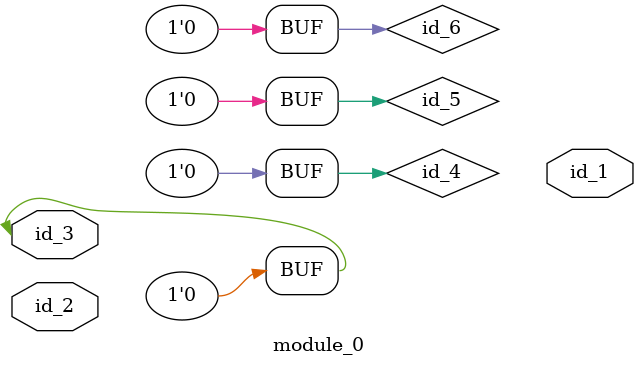
<source format=v>
module module_0 (
    id_1,
    id_2,
    id_3
);
  inout id_3;
  inout id_2;
  output id_1;
  assign id_3[1] = 0;
  supply0 id_3, id_4, id_5, id_6;
endmodule

</source>
